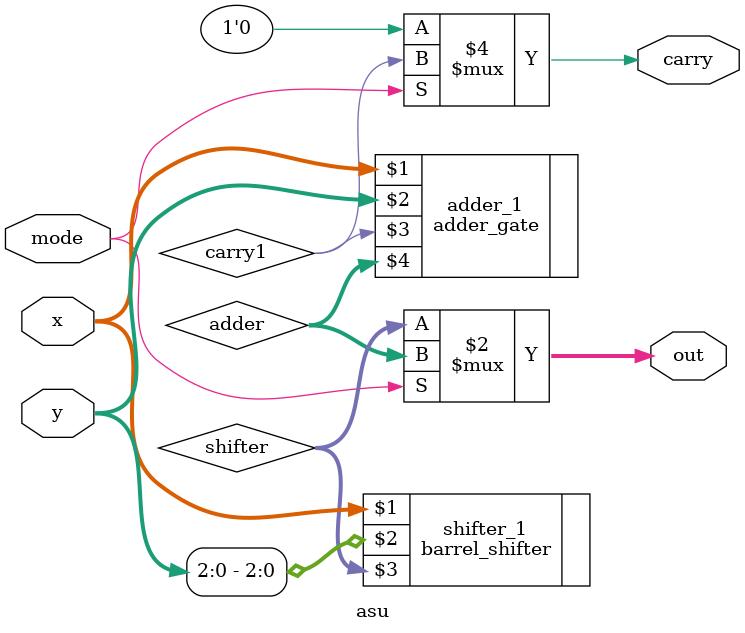
<source format=v>
module asu (x, y, mode, carry, out);
input [7:0] x, y;
input mode;
output carry;
output [7:0] out;

/*Write your code here*/
reg [7:0] adder;
reg [7:0] shifter;
reg carry1;

adder_gate adder_1(x, y, carry1, adder);
barrel_shifter shifter_1(x, y[2:0], shifter);
assign out[7:0] = (mode==1'b1) ?   adder[7:0]: shifter[7:0];
assign carry = (mode==1'b1) ? carry1 : 1'b0;


/*End of code*/


endmodule
</source>
